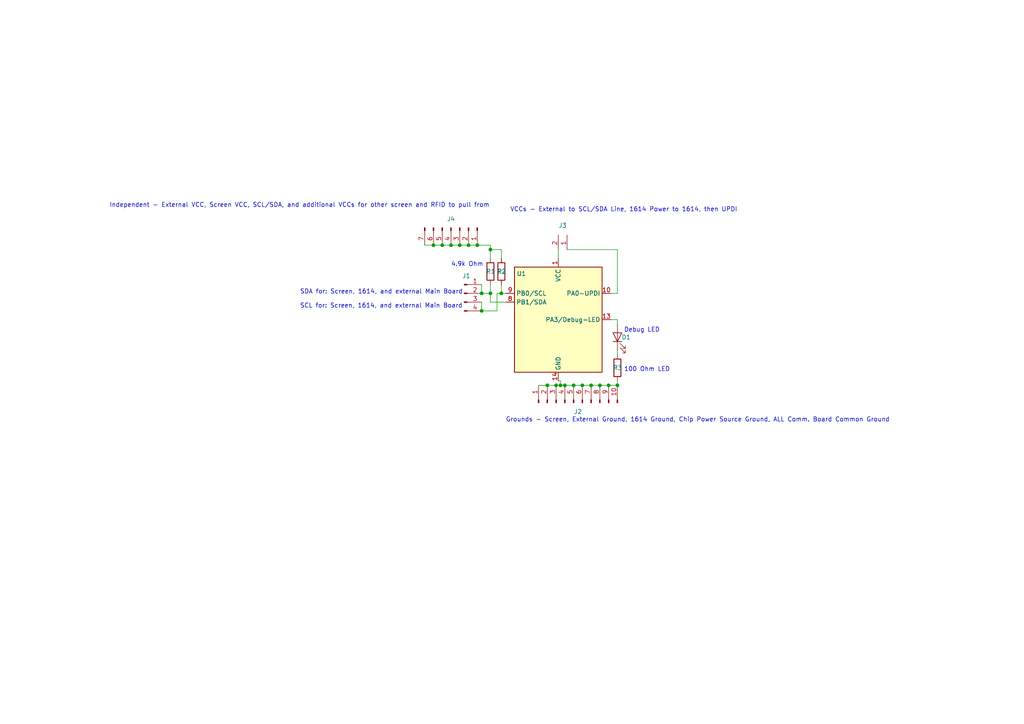
<source format=kicad_sch>
(kicad_sch (version 20211123) (generator eeschema)
  (paper "A4")
  (lib_symbols
    (symbol "Device:R" (pin_numbers hide) (pin_names (offset 0))
      (property "Reference" "R" (at 2.032 0 90))
      (property "Value" "R" (at 0 0 90))
      (symbol "R_0_1"
        (rectangle (start -1.016 -2.54) (end 1.016 2.54) (stroke (width 0.254)))
      )
      (symbol "R_1_1"
        (pin passive line (at 0 3.81 270) (length 1.27) (name "~") (number "1"))
        (pin passive line (at 0 -3.81 90) (length 1.27) (name "~") (number "2"))
      )
    )
    (symbol "Fab Library:Conn_PinHeader_1x02_P2.54mm_Horizontal_SMD" (pin_names (offset 1.016))
      (property "Reference" "J" (at 0 2.54 0))
      (property "Value" "Conn_PinHeader_1x02_P2.54mm_Horizontal_SMD" (at 0 -5.08 0))
      (symbol "Conn_PinHeader_1x02_P2.54mm_Horizontal_SMD_1_1"
        (polyline (pts (xy 1.27 -2.54) (xy 0.8636 -2.54)) (stroke (width 0.1524)))
        (polyline (pts (xy 1.27 0) (xy 0.8636 0)) (stroke (width 0.1524)))
        (pin passive line (at 5.08 0 180) (length 3.81) (name "~") (number "1"))
        (pin passive line (at 5.08 -2.54 180) (length 3.81) (name "~") (number "2"))
      )
    )
    (symbol "Fab Library:Conn_PinHeader_1x04_P2.54mm_Horizontal_SMD" (pin_names (offset 1.016) hide)
      (property "Reference" "J" (at 0 5.08 0))
      (property "Value" "Conn_PinHeader_1x04_P2.54mm_Horizontal_SMD" (at 0 -7.62 0))
      (symbol "Conn_PinHeader_1x04_P2.54mm_Horizontal_SMD_1_1"
        (polyline (pts (xy 1.27 -5.08) (xy 0.8636 -5.08)) (stroke (width 0.1524)))
        (polyline (pts (xy 1.27 -2.54) (xy 0.8636 -2.54)) (stroke (width 0.1524)))
        (polyline (pts (xy 1.27 0) (xy 0.8636 0)) (stroke (width 0.1524)))
        (polyline (pts (xy 1.27 2.54) (xy 0.8636 2.54)) (stroke (width 0.1524)))
        (rectangle (start 0.8636 -4.953) (end 0 -5.207) (stroke (width 0.1524)) (fill (type outline)))
        (rectangle (start 0.8636 -2.413) (end 0 -2.667) (stroke (width 0.1524)) (fill (type outline)))
        (rectangle (start 0.8636 0.127) (end 0 -0.127) (stroke (width 0.1524)) (fill (type outline)))
        (rectangle (start 0.8636 2.667) (end 0 2.413) (stroke (width 0.1524)) (fill (type outline)))
        (pin passive line (at 5.08 2.54 180) (length 3.81) (name "Pin_1") (number "1"))
        (pin passive line (at 5.08 0 180) (length 3.81) (name "Pin_2") (number "2"))
        (pin passive line (at 5.08 -2.54 180) (length 3.81) (name "Pin_3") (number "3"))
        (pin passive line (at 5.08 -5.08 180) (length 3.81) (name "Pin_4") (number "4"))
      )
    )
    (symbol "Fab Library:Conn_PinHeader_1x07_P2.54mm_Horizontal_SMD" (pin_names (offset 1.016) hide)
      (property "Reference" "J" (at 0 10.16 0))
      (property "Value" "Conn_PinHeader_1x07_P2.54mm_Horizontal_SMD" (at 0 -10.16 0))
      (symbol "Conn_PinHeader_1x07_P2.54mm_Horizontal_SMD_1_1"
        (polyline (pts (xy 1.27 -7.62) (xy 0.8636 -7.62)) (stroke (width 0.1524)))
        (polyline (pts (xy 1.27 -5.08) (xy 0.8636 -5.08)) (stroke (width 0.1524)))
        (polyline (pts (xy 1.27 -2.54) (xy 0.8636 -2.54)) (stroke (width 0.1524)))
        (polyline (pts (xy 1.27 0) (xy 0.8636 0)) (stroke (width 0.1524)))
        (polyline (pts (xy 1.27 2.54) (xy 0.8636 2.54)) (stroke (width 0.1524)))
        (polyline (pts (xy 1.27 5.08) (xy 0.8636 5.08)) (stroke (width 0.1524)))
        (polyline (pts (xy 1.27 7.62) (xy 0.8636 7.62)) (stroke (width 0.1524)))
        (rectangle (start 0.8636 -7.493) (end 0 -7.747) (stroke (width 0.1524)) (fill (type outline)))
        (rectangle (start 0.8636 -4.953) (end 0 -5.207) (stroke (width 0.1524)) (fill (type outline)))
        (rectangle (start 0.8636 -2.413) (end 0 -2.667) (stroke (width 0.1524)) (fill (type outline)))
        (rectangle (start 0.8636 0.127) (end 0 -0.127) (stroke (width 0.1524)) (fill (type outline)))
        (rectangle (start 0.8636 2.667) (end 0 2.413) (stroke (width 0.1524)) (fill (type outline)))
        (rectangle (start 0.8636 5.207) (end 0 4.953) (stroke (width 0.1524)) (fill (type outline)))
        (rectangle (start 0.8636 7.747) (end 0 7.493) (stroke (width 0.1524)) (fill (type outline)))
        (pin passive line (at 5.08 7.62 180) (length 3.81) (name "Pin_1") (number "1"))
        (pin passive line (at 5.08 5.08 180) (length 3.81) (name "Pin_2") (number "2"))
        (pin passive line (at 5.08 2.54 180) (length 3.81) (name "Pin_3") (number "3"))
        (pin passive line (at 5.08 0 180) (length 3.81) (name "Pin_4") (number "4"))
        (pin passive line (at 5.08 -2.54 180) (length 3.81) (name "Pin_5") (number "5"))
        (pin passive line (at 5.08 -5.08 180) (length 3.81) (name "Pin_6") (number "6"))
        (pin passive line (at 5.08 -7.62 180) (length 3.81) (name "Pin_7") (number "7"))
      )
    )
    (symbol "Fab Library:Conn_PinHeader_1x10_P2.54mm_Horizontal_SMD" (pin_names (offset 1.016) hide)
      (property "Reference" "J" (at 0 12.7 0))
      (property "Value" "Conn_PinHeader_1x10_P2.54mm_Horizontal_SMD" (at 0 -15.24 0))
      (symbol "Conn_PinHeader_1x10_P2.54mm_Horizontal_SMD_1_1"
        (polyline (pts (xy 1.27 -12.7) (xy 0.8636 -12.7)) (stroke (width 0.1524)))
        (polyline (pts (xy 1.27 -10.16) (xy 0.8636 -10.16)) (stroke (width 0.1524)))
        (polyline (pts (xy 1.27 -7.62) (xy 0.8636 -7.62)) (stroke (width 0.1524)))
        (polyline (pts (xy 1.27 -5.08) (xy 0.8636 -5.08)) (stroke (width 0.1524)))
        (polyline (pts (xy 1.27 -2.54) (xy 0.8636 -2.54)) (stroke (width 0.1524)))
        (polyline (pts (xy 1.27 0) (xy 0.8636 0)) (stroke (width 0.1524)))
        (polyline (pts (xy 1.27 2.54) (xy 0.8636 2.54)) (stroke (width 0.1524)))
        (polyline (pts (xy 1.27 5.08) (xy 0.8636 5.08)) (stroke (width 0.1524)))
        (polyline (pts (xy 1.27 7.62) (xy 0.8636 7.62)) (stroke (width 0.1524)))
        (polyline (pts (xy 1.27 10.16) (xy 0.8636 10.16)) (stroke (width 0.1524)))
        (rectangle (start 0.8636 -12.573) (end 0 -12.827) (stroke (width 0.1524)) (fill (type outline)))
        (rectangle (start 0.8636 -10.033) (end 0 -10.287) (stroke (width 0.1524)) (fill (type outline)))
        (rectangle (start 0.8636 -7.493) (end 0 -7.747) (stroke (width 0.1524)) (fill (type outline)))
        (rectangle (start 0.8636 -4.953) (end 0 -5.207) (stroke (width 0.1524)) (fill (type outline)))
        (rectangle (start 0.8636 -2.413) (end 0 -2.667) (stroke (width 0.1524)) (fill (type outline)))
        (rectangle (start 0.8636 0.127) (end 0 -0.127) (stroke (width 0.1524)) (fill (type outline)))
        (rectangle (start 0.8636 2.667) (end 0 2.413) (stroke (width 0.1524)) (fill (type outline)))
        (rectangle (start 0.8636 5.207) (end 0 4.953) (stroke (width 0.1524)) (fill (type outline)))
        (rectangle (start 0.8636 7.747) (end 0 7.493) (stroke (width 0.1524)) (fill (type outline)))
        (rectangle (start 0.8636 10.287) (end 0 10.033) (stroke (width 0.1524)) (fill (type outline)))
        (pin passive line (at 5.08 10.16 180) (length 3.81) (name "Pin_1") (number "1"))
        (pin passive line (at 5.08 -12.7 180) (length 3.81) (name "Pin_10") (number "10"))
        (pin passive line (at 5.08 7.62 180) (length 3.81) (name "Pin_2") (number "2"))
        (pin passive line (at 5.08 5.08 180) (length 3.81) (name "Pin_3") (number "3"))
        (pin passive line (at 5.08 2.54 180) (length 3.81) (name "Pin_4") (number "4"))
        (pin passive line (at 5.08 0 180) (length 3.81) (name "Pin_5") (number "5"))
        (pin passive line (at 5.08 -2.54 180) (length 3.81) (name "Pin_6") (number "6"))
        (pin passive line (at 5.08 -5.08 180) (length 3.81) (name "Pin_7") (number "7"))
        (pin passive line (at 5.08 -7.62 180) (length 3.81) (name "Pin_8") (number "8"))
        (pin passive line (at 5.08 -10.16 180) (length 3.81) (name "Pin_9") (number "9"))
      )
    )
    (symbol "Fab Library:LED" (pin_numbers hide) (pin_names (offset 1.016) hide)
      (property "Reference" "D" (at 0 2.54 0))
      (property "Value" "LED" (at 0 -2.54 0))
      (symbol "LED_0_1"
        (polyline (pts (xy -1.27 -1.27) (xy -1.27 1.27)) (stroke (width 0.2032)))
        (polyline (pts (xy -1.27 0) (xy 1.27 0)))
        (polyline (pts (xy 1.27 -1.27) (xy 1.27 1.27) (xy -1.27 0) (xy 1.27 -1.27)) (stroke (width 0.2032)))
        (polyline (pts (xy -3.048 -0.762) (xy -4.572 -2.286) (xy -3.81 -2.286) (xy -4.572 -2.286) (xy -4.572 -1.524)))
        (polyline (pts (xy -1.778 -0.762) (xy -3.302 -2.286) (xy -2.54 -2.286) (xy -3.302 -2.286) (xy -3.302 -1.524)))
      )
      (symbol "LED_1_1"
        (pin passive line (at -3.81 0 0) (length 2.54) (name "K") (number "1"))
        (pin passive line (at 3.81 0 180) (length 2.54) (name "A") (number "2"))
      )
    )
    (symbol "Fab Library:Microcontroller_ATtiny1614-SSFR"
      (property "Reference" "U?" (at -12.065 13.335 0))
      (symbol "Microcontroller_ATtiny1614-SSFR_0_1"
        (rectangle (start -12.7 -15.24) (end 12.7 15.24) (stroke (width 0.254)) (fill (type background)))
      )
      (symbol "Microcontroller_ATtiny1614-SSFR_1_1"
        (pin power_in line (at 0 17.78 270) (length 2.54) (name "VCC") (number "1"))
        (pin bidirectional line (at 15.24 7.62 180) (length 2.54) (name "PA0-UPDI") (number "10"))
        (pin no_connect line (at 15.24 5.08 180) (length 2.54) hide (name "PA1/SDA2") (number "11"))
        (pin no_connect line (at 15.24 2.54 180) (length 2.54) hide (name "PA2") (number "12"))
        (pin output line (at 15.24 0 180) (length 2.54) (name "PA3/Debug-LED") (number "13"))
        (pin power_in line (at 0 -17.78 90) (length 2.54) (name "GND") (number "14"))
        (pin no_connect line (at 15.24 -2.54 180) (length 2.54) hide (name "PA4") (number "2"))
        (pin no_connect line (at 15.24 -5.08 180) (length 2.54) hide (name "PA5") (number "3"))
        (pin no_connect line (at 15.24 -7.62 180) (length 2.54) hide (name "PA6/DAC") (number "4"))
        (pin no_connect line (at 15.24 -10.16 180) (length 2.54) hide (name "PA7") (number "5"))
        (pin no_connect line (at -15.24 0 0) (length 2.54) hide (name "PB3/RXD") (number "6"))
        (pin no_connect line (at -15.24 2.54 0) (length 2.54) hide (name "PB2/TXD") (number "7"))
        (pin bidirectional line (at -15.24 5.08 0) (length 2.54) (name "PB1/SDA") (number "8"))
        (pin bidirectional line (at -15.24 7.62 0) (length 2.54) (name "PB0/SCL") (number "9"))
      )
    )
    (symbol "Fab Library:R" (pin_numbers hide) (pin_names (offset 0))
      (property "Reference" "R" (at 2.032 0 90))
      (property "Value" "R" (at 0 0 90))
      (symbol "R_0_1"
        (rectangle (start -1.016 -2.54) (end 1.016 2.54) (stroke (width 0.254)))
      )
      (symbol "R_1_1"
        (pin passive line (at 0 3.81 270) (length 1.27) (name "~") (number "1"))
        (pin passive line (at 0 -3.81 90) (length 1.27) (name "~") (number "2"))
      )
    )
  )
  (junction (at 145.415 85.09))
  (junction (at 163.83 111.76))
  (junction (at 176.53 111.76))
  (junction (at 128.27 71.12))
  (junction (at 161.29 111.76))
  (junction (at 168.91 111.76))
  (junction (at 138.43 71.12))
  (junction (at 133.35 71.12))
  (junction (at 139.7 85.09))
  (junction (at 173.99 111.76))
  (junction (at 142.24 72.39))
  (junction (at 179.07 111.76))
  (junction (at 162.56 111.76))
  (junction (at 158.75 111.76))
  (junction (at 130.81 71.12))
  (junction (at 142.24 85.09))
  (junction (at 171.45 111.76))
  (junction (at 125.73 71.12))
  (junction (at 139.7 90.17))
  (junction (at 166.37 111.76))
  (junction (at 135.89 71.12))
  (wire (pts (xy 156.21 111.76) (xy 158.75 111.76)))
  (wire (pts (xy 173.99 111.76) (xy 176.53 111.76)))
  (wire (pts (xy 179.07 85.09) (xy 177.165 85.09)))
  (wire (pts (xy 176.53 111.76) (xy 179.07 111.76)))
  (wire (pts (xy 139.7 85.09) (xy 142.24 85.09)))
  (wire (pts (xy 142.24 82.55) (xy 142.24 85.09)))
  (wire (pts (xy 128.27 71.12) (xy 130.81 71.12)))
  (wire (pts (xy 164.465 72.39) (xy 179.07 72.39)))
  (wire (pts (xy 145.415 85.09) (xy 144.145 85.09)))
  (wire (pts (xy 162.56 111.76) (xy 163.83 111.76)))
  (wire (pts (xy 142.24 87.63) (xy 146.685 87.63)))
  (wire (pts (xy 161.925 72.39) (xy 161.925 74.93)))
  (wire (pts (xy 138.43 71.12) (xy 142.24 71.12)))
  (wire (pts (xy 161.29 111.76) (xy 162.56 111.76)))
  (wire (pts (xy 179.07 92.71) (xy 177.165 92.71)))
  (wire (pts (xy 142.24 71.12) (xy 142.24 72.39)))
  (wire (pts (xy 139.7 82.55) (xy 139.7 85.09)))
  (wire (pts (xy 179.07 110.49) (xy 179.07 111.76)))
  (wire (pts (xy 123.19 71.12) (xy 125.73 71.12)))
  (wire (pts (xy 145.415 72.39) (xy 142.24 72.39)))
  (wire (pts (xy 142.24 85.09) (xy 142.24 87.63)))
  (wire (pts (xy 130.81 71.12) (xy 133.35 71.12)))
  (wire (pts (xy 179.07 93.98) (xy 179.07 92.71)))
  (wire (pts (xy 171.45 111.76) (xy 173.99 111.76)))
  (wire (pts (xy 145.415 85.09) (xy 146.685 85.09)))
  (wire (pts (xy 142.24 72.39) (xy 142.24 74.93)))
  (wire (pts (xy 166.37 111.76) (xy 168.91 111.76)))
  (wire (pts (xy 145.415 82.55) (xy 145.415 85.09)))
  (wire (pts (xy 161.925 110.49) (xy 162.56 110.49)))
  (wire (pts (xy 158.75 111.76) (xy 161.29 111.76)))
  (wire (pts (xy 162.56 110.49) (xy 162.56 111.76)))
  (wire (pts (xy 145.415 72.39) (xy 145.415 74.93)))
  (wire (pts (xy 144.145 90.17) (xy 139.7 90.17)))
  (wire (pts (xy 133.35 71.12) (xy 135.89 71.12)))
  (wire (pts (xy 168.91 111.76) (xy 171.45 111.76)))
  (wire (pts (xy 125.73 71.12) (xy 128.27 71.12)))
  (wire (pts (xy 144.145 85.09) (xy 144.145 90.17)))
  (wire (pts (xy 179.07 72.39) (xy 179.07 85.09)))
  (wire (pts (xy 135.89 71.12) (xy 138.43 71.12)))
  (wire (pts (xy 139.7 87.63) (xy 139.7 90.17)))
  (wire (pts (xy 163.83 111.76) (xy 166.37 111.76)))
  (wire (pts (xy 179.07 101.6) (xy 179.07 102.87)))
  (text "Debug LED" (at 180.975 96.52 0) (effects (font (size 1.27 1.27)) (justify left bottom)))
  (text "Grounds - Screen, External Ground, 1614 Ground, Chip Power Source Ground, ALL Comm. Board Common Ground" (at 146.685 122.555 0) (effects (font (size 1.27 1.27)) (justify left bottom)))
  (text "Independent - External VCC, Screen VCC, SCL/SDA, and additional VCCs for other screen and RFID to pull from" (at 31.75 60.325 0) (effects (font (size 1.27 1.27)) (justify left bottom)))
  (text "100 Ohm LED" (at 180.975 107.95 0) (effects (font (size 1.27 1.27)) (justify left bottom)))
  (text "VCCs - External to SCL/SDA Line, 1614 Power to 1614, then UPDI" (at 147.955 61.595 0) (effects (font (size 1.27 1.27)) (justify left bottom)))
  (text "SDA for: Screen, 1614, and external Main Board\n\nSCL for: Screen, 1614, and external Main Board" (at 86.995 89.535 0) (effects (font (size 1.27 1.27)) (justify left bottom)))
  (text "4.9k Ohm" (at 130.81 77.47 0) (effects (font (size 1.27 1.27)) (justify left bottom)))
  (symbol (lib_id "Fab Library:Conn_PinHeader_1x04_P2.54mm_Horizontal_SMD") (at 134.62 85.09 0) (unit 1)
    (property "Reference" "J1" (at 135.255 80.01 0))
    (property "Value" "Conn_PinHeader_1x04_P2.54mm_Horizontal_SMD" (effects hide))
    (property "Footprint" "fab:PinHeader_1x04_P2.54mm_Horizontal_SMD" (effects hide))
  )
  (symbol (lib_id "Fab Library:Conn_PinHeader_1x10_P2.54mm_Horizontal_SMD") (at 166.37 116.84 90) (unit 1)
    (property "Reference" "J2" (at 167.64 119.38 90))
    (property "Value" "Conn_PinHeader_1x10_P2.54mm_Horizontal_SMD" (effects hide))
    (property "Footprint" "fab:PinHeader_1x10_P2.54mm_Horizontal_SMD" (effects hide))
  )
  (symbol (lib_id "Fab Library:LED") (at 179.07 97.79 90) (unit 1)
    (property "Reference" "D1" (at 181.61 97.79 90))
    (property "Value" "LED" (effects hide))
    (property "Footprint" "fab:LED_1206" (effects hide))
    (property "Datasheet" "https://optoelectronics.liteon.com/upload/download/DS-22-98-0002/LTST-C150CKT.pdf" (effects hide))
  )
  (symbol (lib_id "Device:R") (at 142.24 78.74 0) (unit 1)
    (property "Reference" "R1" (at 140.97 78.74 0) (effects (justify left)))
    (property "Value" "R" (effects hide))
    (property "Footprint" "fab:R_1206" (effects hide))
  )
  (symbol (lib_id "Fab Library:Microcontroller_ATtiny1614-SSFR") (at 161.925 92.71 0) (unit 1)
    (property "Reference" "U1" (at 149.86 79.375 0) (effects (justify left)))
    (property "Value" "Microcontroller_ATtiny1614-SSFR" (effects hide))
    (property "Footprint" "fab:SOIC-14_3.9x8.7mm_P1.27mm" (effects hide))
    (property "Datasheet" "http://ww1.microchip.com/downloads/en/DeviceDoc/ATtiny1614-16-17-DataSheet-DS40002204A.pdf" (effects hide))
  )
  (symbol (lib_id "Fab Library:Conn_PinHeader_1x07_P2.54mm_Horizontal_SMD") (at 130.81 66.04 270) (unit 1)
    (property "Reference" "J4" (at 130.81 63.5 90))
    (property "Value" "Conn_PinHeader_1x07_P2.54mm_Horizontal_SMD" (effects hide))
    (property "Footprint" "fab:PinHeader_1x07_P2.54mm_Horizontal_SMD" (effects hide))
  )
  (symbol (lib_id "Fab Library:Conn_PinHeader_1x02_P2.54mm_Horizontal_SMD") (at 164.465 67.31 270) (unit 1)
    (property "Reference" "J3" (at 163.195 65.405 90))
    (property "Value" "Conn_PinHeader_1x02_P2.54mm_Horizontal_SMD" (effects hide))
    (property "Footprint" "fab:PinHeader_UPDI_01x02_P2.54mm_Horizontal_SMD" (effects hide))
  )
  (symbol (lib_id "Device:R") (at 145.415 78.74 0) (unit 1)
    (property "Reference" "R2" (at 144.145 78.74 0) (effects (justify left)))
    (property "Value" "R" (effects hide))
    (property "Footprint" "fab:R_1206" (effects hide))
  )
  (symbol (lib_id "Fab Library:R") (at 179.07 106.68 180) (unit 1)
    (property "Reference" "R3" (at 177.8 106.68 0) (effects (justify right)))
    (property "Value" "R" (effects hide))
    (property "Footprint" "fab:R_1206" (effects hide))
  )
)
</source>
